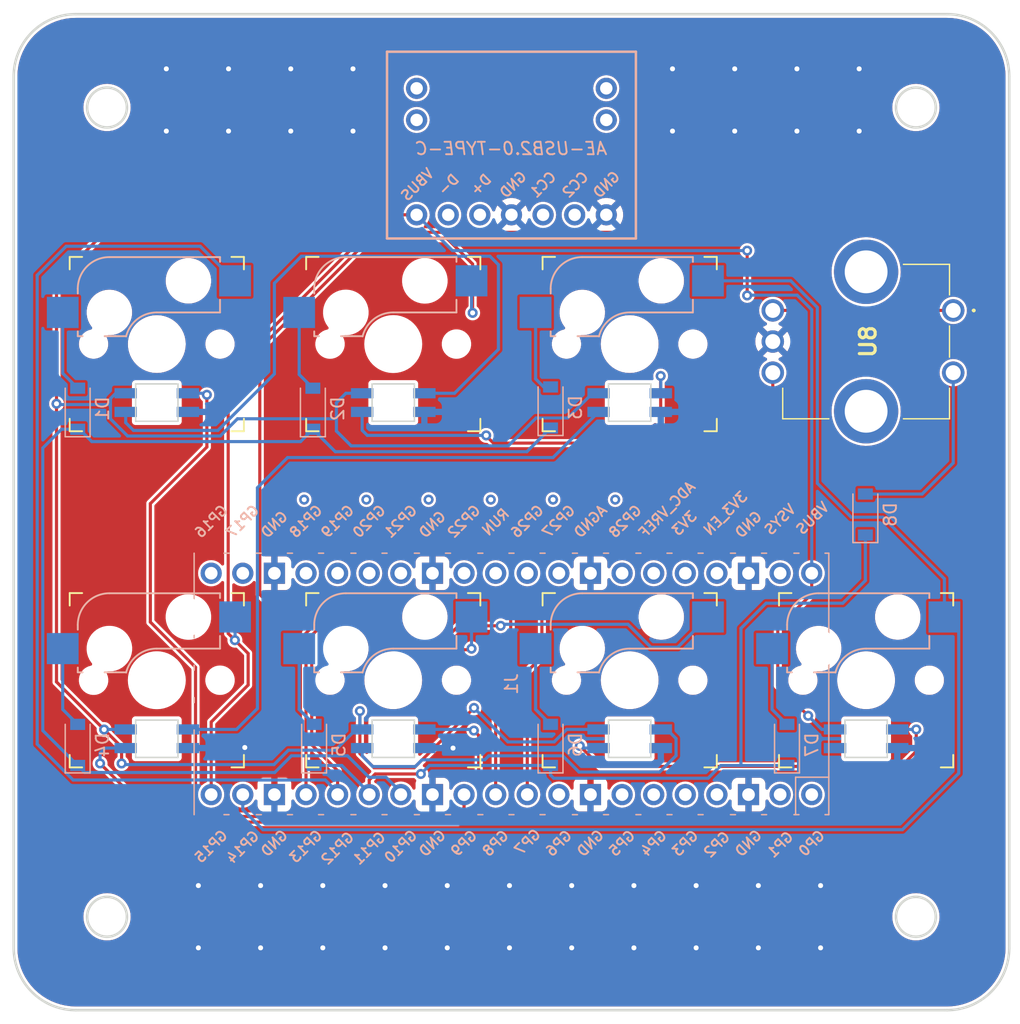
<source format=kicad_pcb>
(kicad_pcb (version 20211014) (generator pcbnew)
  (title_block (date "2022-01-03") (rev "v0.2"))
  (layers (0 "F.Cu" signal) (31 "B.Cu" signal) (34 "B.Paste" user) (35 "F.Paste" user) (36 "B.SilkS" user "B.Silkscreen") (37 "F.SilkS" user "F.Silkscreen") (38 "B.Mask" user) (39 "F.Mask" user) (44 "Edge.Cuts" user))
  (net 0 "")
  (net 1 "row0")
  (net 2 "Net-(D1-Pad2)")
  (net 3 "Net-(D2-Pad2)")
  (net 4 "Net-(D3-Pad2)")
  (net 5 "Net-(D4-Pad2)")
  (net 6 "row1")
  (net 7 "Net-(D5-Pad2)")
  (net 8 "Net-(D6-Pad2)")
  (net 9 "Net-(D7-Pad2)")
  (net 10 "Net-(D8-Pad2)")
  (net 13 "GND")
  (net 19 "A1")
  (net 20 "B1")
  (net 21 "LED")
  (net 22 "col0")
  (net 23 "col1")
  (net 24 "col2")
  (net 25 "col3")
  (net 41 "+5V")
  (net 42 "Net-(U1-Pad4)")
  (net 43 "Net-(U2-Pad4)")
  (net 44 "Net-(U3-Pad4)")
  (net 45 "Net-(U4-Pad4)")
  (net 46 "Net-(U5-Pad4)")
  (net 47 "Net-(U6-Pad4)")
  (footprint "akizuki:AE-USB2.0-TYPE-C" (layer "F.Cu") (at 128.56 71.8028)
    (fp_text reference "U9" hide)
    (fp_text value "AE-USB2.0-TYPE-C")
  )
  (footprint "keyswitches:Kailh_socket_MX" (layer "F.Cu") (at 157.06 112.0058)
    (fp_text reference "U7" hide)
    (fp_text value "KEYSWITCH")
    (fp_line (start -1.7 6.2) (end 1.7 6.2) (layer "Edge.Cuts") (width 0.12))
    (fp_line (start -1.7 6.2) (end -1.7 3.2) (layer "Edge.Cuts") (width 0.12))
    (fp_line (start 1.7 6.2) (end 1.7 3.2) (layer "Edge.Cuts") (width 0.12))
    (fp_line (start -1.7 3.2) (end 1.7 3.2) (layer "Edge.Cuts") (width 0.12))
  )
  (footprint "keyswitches:Kailh_socket_MX" (layer "F.Cu") (at 138.06 85.0058)
    (fp_text reference "U3" hide)
    (fp_text value "KEYSWITCH")
    (fp_line (start -1.7 6.2) (end 1.7 6.2) (layer "Edge.Cuts") (width 0.12))
    (fp_line (start -1.7 3.2) (end 1.7 3.2) (layer "Edge.Cuts") (width 0.12))
    (fp_line (start -1.7 6.2) (end -1.7 3.2) (layer "Edge.Cuts") (width 0.12))
    (fp_line (start 1.7 6.2) (end 1.7 3.2) (layer "Edge.Cuts") (width 0.12))
  )
  (footprint "keyswitches:Kailh_socket_MX" (layer "F.Cu") (at 100.06 112.0058)
    (fp_text reference "U4" hide)
    (fp_text value "KEYSWITCH")
    (fp_line (start -1.7 3.2) (end 1.7 3.2) (layer "Edge.Cuts") (width 0.12))
    (fp_line (start 1.7 6.2) (end 1.7 3.2) (layer "Edge.Cuts") (width 0.12))
    (fp_line (start -1.7 6.2) (end -1.7 3.2) (layer "Edge.Cuts") (width 0.12))
    (fp_line (start -1.7 6.2) (end 1.7 6.2) (layer "Edge.Cuts") (width 0.12))
  )
  (footprint "keyswitches:Kailh_socket_MX" (layer "F.Cu") (at 138.06 112.0058)
    (fp_text reference "U6" hide)
    (fp_text value "KEYSWITCH")
    (fp_line (start -1.7 6.2) (end 1.7 6.2) (layer "Edge.Cuts") (width 0.12))
    (fp_line (start -1.7 6.2) (end -1.7 3.2) (layer "Edge.Cuts") (width 0.12))
    (fp_line (start 1.7 6.2) (end 1.7 3.2) (layer "Edge.Cuts") (width 0.12))
    (fp_line (start -1.7 3.2) (end 1.7 3.2) (layer "Edge.Cuts") (width 0.12))
  )
  (footprint "SamacSys_Parts:PEC12R3120FS0012" (layer "F.Cu") (at 164.06 82.3028 -90)
    (fp_text reference "U8")
    (fp_text value "PEC12R-3120F-S0012" hide)
  )
  (footprint "keyswitches:Kailh_socket_MX" (layer "F.Cu") (at 119.06 85.0058)
    (fp_text reference "U2" hide)
    (fp_text value "KEYSWITCH")
    (fp_line (start -1.7 6.2) (end 1.7 6.2) (layer "Edge.Cuts") (width 0.12))
    (fp_line (start 1.7 6.2) (end 1.7 3.2) (layer "Edge.Cuts") (width 0.12))
    (fp_line (start -1.7 3.2) (end 1.7 3.2) (layer "Edge.Cuts") (width 0.12))
    (fp_line (start -1.7 6.2) (end -1.7 3.2) (layer "Edge.Cuts") (width 0.12))
  )
  (footprint "keyswitches:Kailh_socket_MX" (layer "F.Cu") (at 119.06 112.0058)
    (fp_text reference "U5" hide)
    (fp_text value "KEYSWITCH")
    (fp_line (start -1.7 6.2) (end 1.7 6.2) (layer "Edge.Cuts") (width 0.12))
    (fp_line (start -1.7 6.2) (end -1.7 3.2) (layer "Edge.Cuts") (width 0.12))
    (fp_line (start 1.7 6.2) (end 1.7 3.2) (layer "Edge.Cuts") (width 0.12))
    (fp_line (start -1.7 3.2) (end 1.7 3.2) (layer "Edge.Cuts") (width 0.12))
  )
  (footprint "keyswitches:Kailh_socket_MX" (layer "F.Cu") (at 100.06 85.0058)
    (fp_text reference "U1" hide)
    (fp_text value "KEYSWITCH")
    (fp_line (start -1.7 6.2) (end -1.7 3.2) (layer "Edge.Cuts") (width 0.12))
    (fp_line (start 1.7 6.2) (end 1.7 3.2) (layer "Edge.Cuts") (width 0.12))
    (fp_line (start -1.7 3.2) (end 1.7 3.2) (layer "Edge.Cuts") (width 0.12))
    (fp_line (start -1.7 6.2) (end 1.7 6.2) (layer "Edge.Cuts") (width 0.12))
  )
  (footprint "Diode_SMD:D_SOD-123" (layer "B.Cu") (at 131.7 90.1 90)
    (fp_text reference "D3")
    (fp_text value "D_Small")
  )
  (footprint "Diode_SMD:D_SOD-123" (layer "B.Cu") (at 131.7 117.2 90)
    (fp_text reference "D6")
    (fp_text value "D_Small")
  )
  (footprint "Diode_SMD:D_SOD-123" (layer "B.Cu") (at 150.7 117.2 90)
    (fp_text reference "D7")
    (fp_text value "D_Small")
  )
  (footprint "Diode_SMD:D_SOD-123" (layer "B.Cu") (at 112.6 90.2 90)
    (fp_text reference "D2")
    (fp_text value "D_Small")
  )
  (footprint "Diode_SMD:D_SOD-123" (layer "B.Cu") (at 93.7 90.2 90)
    (fp_text reference "D1")
    (fp_text value "D_Small")
  )
  (footprint "RPi_Pico:RPi_Pico_SMD_TH" (layer "B.Cu") (at 128.56 112.3028 90)
    (fp_text reference "J1")
    (fp_text value "PICO")
  )
  (footprint "Diode_SMD:D_SOD-123" (layer "B.Cu") (at 157 98.7 90)
    (fp_text reference "D8")
    (fp_text value "D_Small")
  )
  (footprint "footprint:hornet_logo" (layer "B.Cu") (at 128.56 134.3028 180)
    (fp_text reference "G***" hide)
    (fp_text value "LOGO" hide)
  )
  (footprint "Diode_SMD:D_SOD-123" (layer "B.Cu") (at 93.7 117.2 90)
    (fp_text reference "D4")
    (fp_text value "D_Small")
  )
  (footprint "Diode_SMD:D_SOD-123" (layer "B.Cu") (at 112.7 117.2 90)
    (fp_text reference "D5")
    (fp_text value "D_Small")
  )
  (gr_arc (start 163.563 58.5058) (mid 167.096413 59.969387) (end 168.56 63.5028) (layer "Edge.Cuts") (width 0.2))
  (gr_circle (center 96.06 66.0058) (end 96.06 64.4058) (layer "Edge.Cuts") (width 0.2) (fill none))
  (gr_arc (start 88.56 63.5028) (mid 90.023587 59.969387) (end 93.557 58.5058) (layer "Edge.Cuts") (width 0.2))
  (gr_line (start 163.563 138.5058) (end 93.557 138.5058) (layer "Edge.Cuts") (width 0.2))
  (gr_circle (center 161.06 131.0058) (end 161.06 129.4058) (layer "Edge.Cuts") (width 0.2) (fill none))
  (gr_line (start 93.557 58.5058) (end 163.563 58.5058) (layer "Edge.Cuts") (width 0.2))
  (gr_line (start 168.56 63.5028) (end 168.56 133.5088) (layer "Edge.Cuts") (width 0.2))
  (gr_line (start 88.56 133.5088) (end 88.56 63.5028) (layer "Edge.Cuts") (width 0.2))
  (gr_arc (start 93.557 138.5058) (mid 90.023587 137.042213) (end 88.56 133.5088) (layer "Edge.Cuts") (width 0.2))
  (gr_circle (center 96.06 131.0058) (end 96.06 129.4058) (layer "Edge.Cuts") (width 0.2) (fill none))
  (gr_arc (start 168.56 133.5088) (mid 167.096413 137.042213) (end 163.563 138.5058) (layer "Edge.Cuts") (width 0.2))
  (gr_circle (center 161.06 66.0058) (end 161.06 64.4058) (layer "Edge.Cuts") (width 0.2) (fill none))
  (gr_text "GND" (at 136.2 72.2 45) (layer "B.SilkS") (effects (font (size 0.8 0.8)) (justify mirror)))
  (gr_text "CC2" (at 133.7 72.2 45) (layer "B.SilkS") (effects (font (size 0.8 0.8)) (justify mirror)))
  (gr_text "GND" (at 128.7 72.2 45) (layer "B.SilkS") (effects (font (size 0.8 0.8)) (justify mirror)))
  (gr_text "D+" (at 126.1 72.2 45) (layer "B.SilkS") (effects (font (size 0.8 0.8)) (justify mirror)))
  (gr_text "VBUS" (at 121 72.2 45) (layer "B.SilkS") (effects (font (size 0.8 0.8)) (justify mirror)))
  (gr_text "CC1" (at 131.1 72.2 45) (layer "B.SilkS") (effects (font (size 0.8 0.8)) (justify mirror)))
  (gr_text "D-" (at 123.5 72.2 45) (layer "B.SilkS") (effects (font (size 0.8 0.8)) (justify mirror)))
  (via (at 116.9 97.5) (size 0.8) (drill 0.4) (layers "F.Cu" "B.Cu") (net 0))
  (via (at 111.9 97.5) (size 0.8) (drill 0.4) (layers "F.Cu" "B.Cu") (net 0))
  (via (at 131.9 97.5) (size 0.8) (drill 0.4) (layers "F.Cu" "B.Cu") (net 0))
  (via (at 136.9 97.5) (size 0.8) (drill 0.4) (layers "F.Cu" "B.Cu") (net 0))
  (via (at 126.9 97.5) (size 0.8) (drill 0.4) (layers "F.Cu" "B.Cu") (net 0))
  (via (at 121.9 97.5) (size 0.8) (drill 0.4) (layers "F.Cu" "B.Cu") (net 0))
  (segment (start 109.5345 119.4168) (end 110.8767 118.0746) (width 0.25) (layer "B.Cu") (net 1))
  (segment (start 94.2668 119.4168) (end 109.5345 119.4168) (width 0.25) (layer "B.Cu") (net 1))
  (segment (start 93.7 91.85) (end 93.85 91.85) (width 0.25) (layer "B.Cu") (net 1))
  (segment (start 90.8981 116.0481) (end 93.7 118.85) (width 0.25) (layer "B.Cu") (net 1))
  (segment (start 93.85 91.85) (end 94.83872 92.83872) (width 0.25) (layer "B.Cu") (net 1))
  (segment (start 93.7 118.85) (end 94.2668 119.4168) (width 0.25) (layer "B.Cu") (net 1))
  (segment (start 94.83872 92.83872) (end 111.61128 92.83872) (width 0.25) (layer "B.Cu") (net 1))
  (segment (start 111.61128 92.83872) (end 112.6 91.85) (width 0.25) (layer "B.Cu") (net 1))
  (segment (start 93.7 91.85) (end 92.4 91.85) (width 0.25) (layer "B.Cu") (net 1))
  (segment (start 92.4 91.85) (end 90.8981 93.3519) (width 0.25) (layer "B.Cu") (net 1))
  (segment (start 119.67 120.993196) (end 119.67 121.1928) (width 0.25) (layer "B.Cu") (net 1))
  (segment (start 129.8 93.65) (end 114.4 93.65) (width 0.25) (layer "B.Cu") (net 1))
  (segment (start 114.4 93.65) (end 112.6 91.85) (width 0.25) (layer "B.Cu") (net 1))
  (segment (start 110.8767 118.0746) (end 115.3846 118.0746) (width 0.25) (layer "B.Cu") (net 1))
  (segment (start 131.7 91.75) (end 129.8 93.65) (width 0.25) (layer "B.Cu") (net 1))
  (segment (start 118.476804 119.8) (end 119.67 120.993196) (width 0.25) (layer "B.Cu") (net 1))
  (segment (start 115.3846 118.0746) (end 117.11 119.8) (width 0.25) (layer "B.Cu") (net 1))
  (segment (start 90.8981 93.3519) (end 90.8981 116.0481) (width 0.25) (layer "B.Cu") (net 1))
  (segment (start 117.11 119.8) (end 118.476804 119.8) (width 0.25) (layer "B.Cu") (net 1))
  (segment (start 93.7 88.55) (end 92.5 87.35) (width 0.25) (layer "B.Cu") (net 2))
  (segment (start 92.5 87.35) (end 92.5 82.4658) (width 0.25) (layer "B.Cu") (net 2))
  (segment (start 111.5 82.4658) (end 111.5 87.45) (width 0.25) (layer "B.Cu") (net 3))
  (segment (start 111.5 87.45) (end 112.6 88.55) (width 0.25) (layer "B.Cu") (net 3))
  (segment (start 130.5 87.8) (end 130.5 82.4658) (width 0.25) (layer "B.Cu") (net 4))
  (segment (start 131.15 88.45) (end 130.5 87.8) (width 0.25) (layer "B.Cu") (net 4))
  (segment (start 131.7 88.45) (end 131.15 88.45) (width 0.25) (layer "B.Cu") (net 4))
  (segment (start 93.7 115.55) (end 92.5 114.35) (width 0.25) (layer "B.Cu") (net 5))
  (segment (start 92.5 114.35) (end 92.5 109.4658) (width 0.25) (layer "B.Cu") (net 5))
  (segment (start 117.6121 119.5354) (end 121.2796 119.5354) (width 0.25) (layer "F.Cu") (net 6))
  (segment (start 117.13 120.0175) (end 117.6121 119.5354) (width 0.25) (layer "F.Cu") (net 6))
  (segment (start 117.13 121.1928) (end 117.13 120.0175) (width 0.25) (layer "F.Cu") (net 6))
  (via (at 121.2796 119.5354) (size 0.8) (drill 0.4) (layers "F.Cu" "B.Cu") (net 6))
  (segment (start 131.2374 118.85) (end 130.7747 118.85) (width 0.25) (layer "B.Cu") (net 6))
  (segment (start 147 118.85) (end 147 107.84) (width 0.25) (layer "B.Cu") (net 6))
  (segment (start 114.926804 118.85) (end 117.13 121.053196) (width 0.25) (layer "B.Cu") (net 6))
  (segment (start 145.39 118.85) (end 144.3654 119.8746) (width 0.25) (layer "B.Cu") (net 6))
  (segment (start 147 118.85) (end 145.39 118.85) (width 0.25) (layer "B.Cu") (net 6))
  (segment (start 144.3654 119.8746) (end 131.9493 119.8746) (width 0.25) (layer "B.Cu") (net 6))
  (segment (start 121.965 118.85) (end 121.2796 119.5354) (width 0.25) (layer "B.Cu") (net 6))
  (segment (start 112.7 118.85) (end 114.926804 118.85) (width 0.25) (layer "B.Cu") (net 6))
  (segment (start 131.9493 119.8746) (end 131.7 119.6253) (width 0.25) (layer "B.Cu") (net 6))
  (segment (start 150.7 118.85) (end 147 118.85) (width 0.25) (layer "B.Cu") (net 6))
  (segment (start 147 107.84) (end 149.02 105.82) (width 0.25) (layer "B.Cu") (net 6))
  (segment (start 130.7747 118.85) (end 121.965 118.85) (width 0.25) (layer "B.Cu") (net 6))
  (segment (start 149.02 105.82) (end 155.18 105.82) (width 0.25) (layer "B.Cu") (net 6))
  (segment (start 157 104) (end 157 100.35) (width 0.25) (layer "B.Cu") (net 6))
  (segment (start 155.18 105.82) (end 157 104) (width 0.25) (layer "B.Cu") (net 6))
  (segment (start 131.7 119.6253) (end 131.7 118.85) (width 0.25) (layer "B.Cu") (net 6))
  (segment (start 131.2374 118.85) (end 131.7 118.85) (width 0.25) (layer "B.Cu") (net 6))
  (segment (start 117.13 121.053196) (end 117.13 121.1928) (width 0.25) (layer "B.Cu") (net 6))
  (segment (start 111.5 114.35) (end 111.5 109.4658) (width 0.25) (layer "B.Cu") (net 7))
  (segment (start 112.7 115.55) (end 111.5 114.35) (width 0.25) (layer "B.Cu") (net 7))
  (segment (start 131.7 115.55) (end 130.5 114.35) (width 0.25) (layer "B.Cu") (net 8))
  (segment (start 130.5 114.35) (end 130.5 109.4658) (width 0.25) (layer "B.Cu") (net 8))
  (segment (start 150.7 115.55) (end 149.5 114.35) (width 0.25) (layer "B.Cu") (net 9))
  (segment (start 149.5 114.35) (end 149.5 109.4658) (width 0.25) (layer "B.Cu") (net 9))
  (segment (start 161.56 97.05) (end 164.06 94.55) (width 0.25) (layer "B.Cu") (net 10))
  (segment (start 164.06 94.55) (end 164.06 87.3028) (width 0.25) (layer "B.Cu") (net 10))
  (segment (start 157 97.05) (end 161.56 97.05) (width 0.25) (layer "B.Cu") (net 10))
  (segment (start 109.51 119.79) (end 109.51 121.1928) (width 0.25) (layer "F.Cu") (net 13))
  (segment (start 107.13 117.41) (end 109.51 119.79) (width 0.25) (layer "F.Cu") (net 13))
  (segment (start 122.21 119.11) (end 123.8642 117.4558) (width 0.25) (layer "F.Cu") (net 13))
  (segment (start 122.21 121.1928) (end 122.21 119.11) (width 0.25) (layer "F.Cu") (net 13))
  (via (at 141.5 62.9) (size 0.8) (drill 0.4) (layers "F.Cu" "B.Cu") (net 13))
  (via (at 123.4 133.5) (size 0.8) (drill 0.4) (layers "F.Cu" "B.Cu") (net 13))
  (via (at 107.13 117.41) (size 0.8) (drill 0.4) (layers "F.Cu" "B.Cu") (net 13))
  (via (at 100.825 67.9) (size 0.8) (drill 0.4) (layers "F.Cu" "B.Cu") (net 13))
  (via (at 123.8642 117.4558) (size 0.8) (drill 0.4) (layers "F.Cu" "B.Cu") (net 13))
  (via (at 105.825 62.9) (size 0.8) (drill 0.4) (layers "F.Cu" "B.Cu") (net 13))
  (via (at 138.4 128.5) (size 0.8) (drill 0.4) (layers "F.Cu" "B.Cu") (net 13))
  (via (at 108.4 128.5) (size 0.8) (drill 0.4) (layers "F.Cu" "B.Cu") (net 13))
  (via (at 151.5 62.9) (size 0.8) (drill 0.4) (layers "F.Cu" "B.Cu") (net 13))
  (via (at 143.4 133.5) (size 0.8) (drill 0.4) (layers "F.Cu" "B.Cu") (net 13))
  (via (at 113.4 128.5) (size 0.8) (drill 0.4) (layers "F.Cu" "B.Cu") (net 13))
  (via (at 146.5 62.9) (size 0.8) (drill 0.4) (layers "F.Cu" "B.Cu") (net 13))
  (via (at 143.4 128.5) (size 0.8) (drill 0.4) (layers "F.Cu" "B.Cu") (net 13))
  (via (at 115.825 67.9) (size 0.8) (drill 0.4) (layers "F.Cu" "B.Cu") (net 13))
  (via (at 133.4 128.5) (size 0.8) (drill 0.4) (layers "F.Cu" "B.Cu") (net 13))
  (via (at 115.825 62.9) (size 0.8) (drill 0.4) (layers "F.Cu" "B.Cu") (net 13))
  (via (at 100.825 62.9) (size 0.8) (drill 0.4) (layers "F.Cu" "B.Cu") (net 13))
  (via (at 118.4 133.5) (size 0.8) (drill 0.4) (layers "F.Cu" "B.Cu") (net 13))
  (via (at 148.4 133.5) (size 0.8) (drill 0.4) (layers "F.Cu" "B.Cu") (net 13))
  (via (at 105.825 67.9) (size 0.8) (drill 0.4) (layers "F.Cu" "B.Cu") (net 13))
  (via (at 153.4 128.5) (size 0.8) (drill 0.4) (layers "F.Cu" "B.Cu") (net 13))
  (via (at 153.4 133.5) (size 0.8) (drill 0.4) (layers "F.Cu" "B.Cu") (net 13))
  (via (at 146.5 67.9) (size 0.8) (drill 0.4) (layers "F.Cu" "B.Cu") (net 13))
  (via (at 123.4 128.5) (size 0.8) (drill 0.4) (layers "F.Cu" "B.Cu") (net 13))
  (via (at 108.4 133.5) (size 0.8) (drill 0.4) (layers "F.Cu" "B.Cu") (net 13))
  (via (at 118.4 128.5) (size 0.8) (drill 0.4) (layers "F.Cu" "B.Cu") (net 13))
  (via (at 148.4 128.5) (size 0.8) (drill 0.4) (layers "F.Cu" "B.Cu") (net 13))
  (via (at 128.4 128.5) (size 0.8) (drill 0.4) (layers "F.Cu" "B.Cu") (net 13))
  (via (at 110.825 62.9) (size 0.8) (drill 0.4) (layers "F.Cu" "B.Cu") (net 13))
  (via (at 133.4 133.5) (size 0.8) (drill 0.4) (layers "F.Cu" "B.Cu") (net 13))
  (via (at 103.4 133.5) (size 0.8) (drill 0.4) (layers "F.Cu" "B.Cu") (net 13))
  (via (at 141.5 67.9) (size 0.8) (drill 0.4) (layers "F.Cu" "B.Cu") (net 13))
  (via (at 151.5 67.9) (size 0.8) (drill 0.4) (layers "F.Cu" "B.Cu") (net 13))
  (via (at 156.5 62.9) (size 0.8) (drill 0.4) (layers "F.Cu" "B.Cu") (net 13))
  (via (at 156.5 67.9) (size 0.8) (drill 0.4) (layers "F.Cu" "B.Cu") (net 13))
  (via (at 128.4 133.5) (size 0.8) (drill 0.4) (layers "F.Cu" "B.Cu") (net 13))
  (via (at 113.4 133.5) (size 0.8) (drill 0.4) (layers "F.Cu" "B.Cu") (net 13))
  (via (at 103.4 128.5) (size 0.8) (drill 0.4) (layers "F.Cu" "B.Cu") (net 13))
  (via (at 138.4 133.5) (size 0.8) (drill 0.4) (layers "F.Cu" "B.Cu") (net 13))
  (via (at 110.825 67.9) (size 0.8) (drill 0.4) (layers "F.Cu" "B.Cu") (net 13))
  (segment (start 102.56 117.4558) (end 103.7853 117.4558) (width 0.25) (layer "B.Cu") (net 13))
  (segment (start 102.56 117.4558) (end 107.0842 117.4558) (width 0.25) (layer "B.Cu") (net 13))
  (segment (start 107.0842 117.4558) (end 107.13 117.41) (width 0.25) (layer "B.Cu") (net 13))
  (segment (start 129.83 121.1928) (end 129.83 111.295) (width 0.25) (layer "F.Cu") (net 19))
  (segment (start 150.832792 82.3028) (end 151.447852 82.91786) (width 0.25) (layer "F.Cu") (net 19))
  (segment (start 131.004511 103.117279) (end 133.036873 101.084917) (width 0.25) (layer "F.Cu") (net 19))
  (segment (start 131.004511 110.120489) (end 131.004511 103.117279) (width 0.25) (layer "F.Cu") (net 19))
  (segment (start 149.56 82.3028) (end 150.832792 82.3028) (width 0.25) (layer "F.Cu") (net 19))
  (segment (start 139.850788 101.084916) (end 151.447852 89.487852) (width 0.25) (layer "F.Cu") (net 19))
  (segment (start 151.447852 82.91786) (end 151.447852 89.487852) (width 0.25) (layer "F.Cu") (net 19))
  (segment (start 129.83 111.295) (end 131.004511 110.120489) (width 0.25) (layer "F.Cu") (net 19))
  (segment (start 133.036873 101.084917) (end 139.850788 101.084916) (width 0.25) (layer "F.Cu") (net 19))
  (segment (start 130.755406 100.635406) (end 139.664594 100.635406) (width 0.25) (layer "F.Cu") (net 20))
  (segment (start 139.664594 100.635406) (end 149.56 90.74) (width 0.25) (layer "F.Cu") (net 20))
  (segment (start 127.29 111.1) (end 128.5 109.89) (width 0.25) (layer "F.Cu") (net 20))
  (segment (start 128.5 102.890812) (end 130.755406 100.635406) (width 0.25) (layer "F.Cu") (net 20))
  (segment (start 128.5 109.89) (end 128.5 102.890812) (width 0.25) (layer "F.Cu") (net 20))
  (segment (start 127.29 121.1928) (end 127.29 111.1) (width 0.25) (layer "F.Cu") (net 20))
  (segment (start 149.56 90.74) (end 149.56 87.3028) (width 0.25) (layer "F.Cu") (net 20))
  (segment (start 99.54 107.3327) (end 103.1716 110.9643) (width 0.25) (layer "F.Cu") (net 21))
  (segment (start 104.0835 89.0793) (end 104.0835 93.27554) (width 0.25) (layer "F.Cu") (net 21))
  (segment (start 124.06 122.95) (end 124.75 122.26) (width 0.25) (layer "F.Cu") (net 21))
  (segment (start 104.0835 93.27554) (end 99.54 97.81904) (width 0.25) (layer "F.Cu") (net 21))
  (segment (start 99.54 97.81904) (end 99.54 107.3327) (width 0.25) (layer "F.Cu") (net 21))
  (segment (start 103.1716 122.1216) (end 104 122.95) (width 0.25) (layer "F.Cu") (net 21))
  (segment (start 104 122.95) (end 124.06 122.95) (width 0.25) (layer "F.Cu") (net 21))
  (segment (start 103.1716 110.9643) (end 103.1716 122.1216) (width 0.25) (layer "F.Cu") (net 21))
  (segment (start 124.75 122.26) (end 124.75 121.1928) (width 0.25) (layer "F.Cu") (net 21))
  (via (at 104.0835 89.0793) (size 0.8) (drill 0.4) (layers "F.Cu" "B.Cu") (net 21))
  (segment (start 103.7853 88.9558) (end 103.96 88.9558) (width 0.25) (layer "B.Cu") (net 21))
  (segment (start 102.56 88.9558) (end 103.7853 88.9558) (width 0.25) (layer "B.Cu") (net 21))
  (segment (start 103.96 88.9558) (end 104.0835 89.0793) (width 0.25) (layer "B.Cu") (net 21))
  (segment (start 114.59 119.27) (end 114.59 121.1928) (width 0.25) (layer "F.Cu") (net 22))
  (segment (start 125.35 109.47) (end 125.262621 109.557379) (width 0.25) (layer "F.Cu") (net 22))
  (segment (start 117.666521 107.511279) (end 113.398721 107.511279) (width 0.25) (layer "F.Cu") (net 22))
  (segment (start 112.51 117.19) (end 114.59 119.27) (width 0.25) (layer "F.Cu") (net 22))
  (segment (start 112.51 108.4) (end 112.51 117.19) (width 0.25) (layer "F.Cu") (net 22))
  (segment (start 119.712621 109.557379) (end 117.666521 107.511279) (width 0.25) (layer "F.Cu") (net 22))
  (segment (start 125.262621 109.557379) (end 119.712621 109.557379) (width 0.25) (layer "F.Cu") (net 22))
  (segment (start 113.398721 107.511279) (end 112.51 108.4) (width 0.25) (layer "F.Cu") (net 22))
  (via (at 125.35 109.47) (size 0.8) (drill 0.4) (layers "F.Cu" "B.Cu") (net 22))
  (segment (start 90.4478 79.4778) (end 92.7756 77.15) (width 0.25) (layer "B.Cu") (net 22))
  (segment (start 103.5492 77.15) (end 106.325 79.9258) (width 0.25) (layer "B.Cu") (net 22))
  (segment (start 90.4478 117.1321) (end 90.4478 79.4778) (width 0.25) (layer "B.Cu") (net 22))
  (segment (start 113.595093 120.018289) (end 93.333989 120.018289) (width 0.25) (layer "B.Cu") (net 22))
  (segment (start 114.59 121.013196) (end 113.595093 120.018289) (width 0.25) (layer "B.Cu") (net 22))
  (segment (start 106.325 79.9258) (end 106.35 79.9258) (width 0.25) (layer "B.Cu") (net 22))
  (segment (start 93.333989 120.018289) (end 90.4478 117.1321) (width 0.25) (layer "B.Cu") (net 22))
  (segment (start 92.7756 77.15) (end 103.5492 77.15) (width 0.25) (layer "B.Cu") (net 22))
  (segment (start 114.59 121.1928) (end 114.59 121.013196) (width 0.25) (layer "B.Cu") (net 22))
  (segment (start 125.35 109.47) (end 125.35 106.9258) (width 0.25) (layer "B.Cu") (net 22))
  (segment (start 112.05 108.224296) (end 113.212528 107.061768) (width 0.25) (layer "F.Cu") (net 23))
  (segment (start 117.2 76.51) (end 108.335489 85.374511) (width 0.25) (layer "F.Cu") (net 23))
  (segment (start 108.335489 85.374511) (end 108.335489 105.115489) (width 0.25) (layer "F.Cu") (net 23))
  (segment (start 123.37 76.51) (end 117.2 76.51) (width 0.25) (layer "F.Cu") (net 23))
  (segment (start 122.828814 109.107868) (end 124.303582 107.6331) (width 0.25) (layer "F.Cu") (net 23))
  (segment (start 124.303582 107.6331) (end 127.6909 107.6331) (width 0.25) (layer "F.Cu") (net 23))
  (segment (start 125.44 82.5) (end 125.44 78.58) (width 0.25) (layer "F.Cu") (net 23))
  (segment (start 113.212528 107.061768) (end 114.108232 107.061768) (width 0.25) (layer "F.Cu") (net 23))
  (segment (start 108.335489 105.115489) (end 110.281768 107.061768) (width 0.25) (layer "F.Cu") (net 23))
  (segment (start 112.05 110.078) (end 112.05 108.224296) (width 0.25) (layer "F.Cu") (net 23))
  (segment (start 110.281768 107.061768) (end 114.108232 107.061768) (width 0.25) (layer "F.Cu") (net 23))
  (segment (start 114.108232 107.061768) (end 117.852715 107.061769) (width 0.25) (layer "F.Cu") (net 23))
  (segment (start 119.898814 109.107868) (end 122.828814 109.107868) (width 0.25) (layer "F.Cu") (net 23))
  (segment (start 125.44 78.58) (end 123.37 76.51) (width 0.25) (layer "F.Cu") (net 23))
  (segment (start 112.05 121.1928) (end 112.05 110.078) (width 0.25) (layer "F.Cu") (net 23))
  (segment (start 117.852715 107.061769) (end 119.898814 109.107868) (width 0.25) (layer "F.Cu") (net 23))
  (via (at 125.44 82.5) (size 0.8) (drill 0.4) (layers "F.Cu" "B.Cu") (net 23))
  (via (at 127.6909 107.6331) (size 0.8) (drill 0.4) (layers "F.Cu" "B.Cu") (net 23))
  (segment (start 127.812721 107.511279) (end 137.921279 107.511279) (width 0.25) (layer "B.Cu") (net 23))
  (segment (start 139.77 109.36) (end 141.9158 109.36) (width 0.25) (layer "B.Cu") (net 23))
  (segment (start 125.44 82.5) (end 125.35 82.41) (width 0.25) (layer "B.Cu") (net 23))
  (segment (start 125.35 82.41) (end 125.35 79.9258) (width 0.25) (layer "B.Cu") (net 23))
  (segment (start 141.9158 109.36) (end 144.35 106.9258) (width 0.25) (layer "B.Cu") (net 23))
  (segment (start 137.921279 107.511279) (end 139.77 109.36) (width 0.25) (layer "B.Cu") (net 23))
  (segment (start 127.6909 107.6331) (end 127.812721 107.511279) (width 0.25) (layer "B.Cu") (net 23))
  (segment (start 106.97 122.394881) (end 106.97 121.1928) (width 0.25) (layer "B.Cu") (net 24))
  (segment (start 163.35 103.86) (end 163.35 106.9258) (width 0.25) (layer "B.Cu") (net 24))
  (segment (start 153.139511 96.189511) (end 155.86 98.91) (width 0.25) (layer "B.Cu") (net 24))
  (segment (start 153.139511 82.063807) (end 153.139511 96.189511) (width 0.25) (layer "B.Cu") (net 24))
  (segment (start 108.585119 124.01) (end 106.97 122.394881) (width 0.25) (layer "B.Cu") (net 24))
  (segment (start 155.86 98.91) (end 158.4 98.91) (width 0.25) (layer "B.Cu") (net 24))
  (segment (start 158.4 98.91) (end 163.35 103.86) (width 0.25) (layer "B.Cu") (net 24))
  (segment (start 164.5 108.0758) (end 164.5 119.48) (width 0.25) (layer "B.Cu") (net 24))
  (segment (start 144.35 79.9258) (end 151.001504 79.9258) (width 0.25) (layer "B.Cu") (net 24))
  (segment (start 159.97 124.01) (end 108.585119 124.01) (width 0.25) (layer "B.Cu") (net 24))
  (segment (start 164.5 119.48) (end 159.97 124.01) (width 0.25) (layer "B.Cu") (net 24))
  (segment (start 151.001504 79.9258) (end 153.139511 82.063807) (width 0.25) (layer "B.Cu") (net 24))
  (segment (start 163.35 106.9258) (end 164.5 108.0758) (width 0.25) (layer "B.Cu") (net 24))
  (segment (start 107.4 112.3889) (end 107.4 109.8539) (width 0.25) (layer "F.Cu") (net 25))
  (segment (start 105.795489 108.249389) (end 105.795489 87.278807) (width 0.25) (layer "F.Cu") (net 25))
  (segment (start 154.6828 82.3028) (end 164.06 82.3028) (width 0.25) (layer "F.Cu") (net 25))
  (segment (start 104.43 115.3589) (end 107.4 112.3889) (width 0.25) (layer "F.Cu") (net 25))
  (segment (start 106.3345 108.7884) (end 105.795489 108.249389) (width 0.25) (layer "F.Cu") (net 25))
  (segment (start 104.43 121.1928) (end 104.43 115.3589) (width 0.25) (layer "F.Cu") (net 25))
  (segment (start 107.4 109.8539) (end 106.3345 108.7884) (width 0.25) (layer "F.Cu") (net 25))
  (segment (start 117.043806 76.03049) (end 148.41049 76.03049) (width 0.25) (layer "F.Cu") (net 25))
  (segment (start 148.41049 76.03049) (end 154.6828 82.3028) (width 0.25) (layer "F.Cu") (net 25))
  (segment (start 105.795489 87.278807) (end 117.043806 76.03049) (width 0.25) (layer "F.Cu") (net 25))
  (via (at 106.3345 108.7884) (size 0.8) (drill 0.4) (layers "F.Cu" "B.Cu") (net 25))
  (segment (start 106.35 108.7729) (end 106.3345 108.7884) (width 0.25) (layer "B.Cu") (net 25))
  (segment (start 106.35 106.9258) (end 106.35 108.7729) (width 0.25) (layer "B.Cu") (net 25))
  (segment (start 95.825 115.965) (end 92 112.14) (width 0.25) (layer "F.Cu") (net 41))
  (segment (start 95.825 115.965) (end 97.23 117.37) (width 0.25) (layer "F.Cu") (net 41))
  (segment (start 116.38 117.896604) (end 117.523396 119.04) (width 0.25) (layer "F.Cu") (net 41))
  (segment (start 97.23 117.37) (end 97.23 118.6923) (width 0.25) (layer "F.Cu") (net 41))
  (segment (start 152.69 105.07) (end 149.96 107.8) (width 0.25) (layer "F.Cu") (net 41))
  (segment (start 92 89.8) (end 92 79.9) (width 0.25) (layer "F.Cu") (net 41))
  (segment (start 147.5 81.1) (end 147.5 77.5) (width 0.25) (layer "F.Cu") (net 41))
  (segment (start 92 79.9) (end 96.15 75.75) (width 0.25) (layer "F.Cu") (net 41))
  (segment (start 116.38 114.48) (end 116.38 117.896604) (width 0.25) (layer "F.Cu") (net 41))
  (segment (start 120.74 119.04) (end 125.55 114.23) (width 0.25) (layer "F.Cu") (net 41))
  (segment (start 117.523396 119.04) (end 120.74 119.04) (width 0.25) (layer "F.Cu") (net 41))
  (segment (start 149.96 112.42) (end 152.4 114.86) (width 0.25) (layer "F.Cu") (net 41))
  (segment (start 120.94 74.62531) (end 97.27469 74.62531) (width 0.25) (layer "F.Cu") (net 41))
  (segment (start 92 112.14) (end 92 89.8) (width 0.25) (layer "F.Cu") (net 41))
  (segment (start 97.27469 74.62531) (end 96.15 75.75) (width 0.25) (layer "F.Cu") (net 41))
  (segment (start 152.69 103.4128) (end 152.69 105.07) (width 0.25) (layer "F.Cu") (net 41))
  (segment (start 149.96 107.8) (end 149.96 112.42) (width 0.25) (layer "F.Cu") (net 41))
  (via (at 95.825 115.965) (size 0.8) (drill 0.4) (layers "F.Cu" "B.Cu") (net 41))
  (via (at 97.23 118.6923) (size 0.8) (drill 0.4) (layers "F.Cu" "B.Cu") (net 41))
  (via (at 152.4 114.86) (size 0.8) (drill 0.4) (layers "F.Cu" "B.Cu") (net 41))
  (via (at 116.38 114.48) (size 0.8) (drill 0.4) (layers "F.Cu" "B.Cu") (net 41))
  (via (at 147.5 81.1) (size 0.8) (drill 0.4) (layers "F.Cu" "B.Cu") (net 41))
  (via (at 147.5 77.5) (size 0.8) (drill 0.4) (layers "F.Cu" "B.Cu") (net 41))
  (via (at 92 89.8) (size 0.8) (drill 0.4) (layers "F.Cu" "B.Cu") (net 41))
  (via (at 125.55 114.23) (size 0.8) (drill 0.4) (layers "F.Cu" "B.Cu") (net 41))
  (segment (start 116.56 88.9558) (end 115.2542 88.9558) (width 0.25) (layer "B.Cu") (net 41))
  (segment (start 115.68 93.18) (end 128.3008 93.18) (width 0.25) (layer "B.Cu") (net 41))
  (segment (start 97.70981 92.38921) (end 105.156494 92.38921) (width 0.25) (layer "B.Cu") (net 41))
  (segment (start 114.4936 91.9936) (end 115.68 93.18) (width 0.25) (layer "B.Cu") (net 41))
  (segment (start 152.69 82.25) (end 152.69 103.4128) (width 0.25) (layer "B.Cu") (net 41))
  (segment (start 116.38 115.7758) (end 116.56 115.9558) (width 0.25) (layer "B.Cu") (net 41))
  (segment (start 128.3008 93.18) (end 130.5404 90.9404) (width 0.25) (layer "B.Cu") (net 41))
  (segment (start 92.0653 89.8653) (end 92 89.8) (width 0.25) (layer "B.Cu") (net 41))
  (segment (start 115.2542 88.9558) (end 114.4936 89.7164) (width 0.25) (layer "B.Cu") (net 41))
  (segment (start 132.993222 115.9558) (end 135.56 115.9558) (width 0.25) (layer "B.Cu") (net 41))
  (segment (start 147.5 81.1) (end 147.521711 81.078289) (width 0.25) (layer "B.Cu") (net 41))
  (segment (start 130.5404 90.9404) (end 133.0854 90.9404) (width 0.25) (layer "B.Cu") (net 41))
  (segment (start 96.3347 89.3847) (end 96.3347 89.8653) (width 0.25) (layer "B.Cu") (net 41))
  (segment (start 152.4 114.86) (end 153.4958 115.9558) (width 0.25) (layer "B.Cu") (net 41))
  (segment (start 97.56 88.9558) (end 96.7636 88.9558) (width 0.25) (layer "B.Cu") (net 41))
  (segment (start 96.3347 91.0141) (end 97.70981 92.38921) (width 0.25) (layer "B.Cu") (net 41))
  (segment (start 97.3177 118.78) (end 97.23 118.6923) (width 0.25) (layer "B.Cu") (net 41))
  (segment (start 153.4958 115.9558) (end 154.56 115.9558) (width 0.25) (layer "B.Cu") (net 41))
  (segment (start 110.6358 117.6242) (end 109.48 118.78) (width 0.25) (layer "B.Cu") (net 41))
  (segment (start 125.55 114.23) (end 128.28 116.96) (width 0.25) (layer "B.Cu") (net 41))
  (segment (start 131.989022 116.96) (end 132.993222 115.9558) (width 0.25) (layer "B.Cu") (net 41))
  (segment (start 95.8342 115.9558) (end 95.825 115.965) (width 0.25) (layer "B.Cu") (net 41))
  (segment (start 116.38 114.48) (end 116.38 115.7758) (width 0.25) (layer "B.Cu") (net 41))
  (segment (start 114.4936 91.0064) (end 114.4936 91.9936) (width 0.25) (layer "B.Cu") (net 41))
  (segment (start 105.156494 92.38921) (end 106.539304 91.0064) (width 0.25) (layer "B.Cu") (net 41))
  (segment (start 151.518289 81.078289) (end 152.69 82.25) (width 0.25) (layer "B.Cu") (net 41))
  (segment (start 147.5 77.5) (end 123.81469 77.5) (width 0.25) (layer "B.Cu") (net 41))
  (segment (start 97.56 115.9558) (end 95.8342 115.9558) (width 0.25) (layer "B.Cu") (net 41))
  (segment (start 123.81469 77.5) (end 120.94 74.62531) (width 0.25) (layer "B.Cu") (net 41))
  (segment (start 135.07 88.9558) (end 135.56 88.9558) (width 0.25) (layer "B.Cu") (net 41))
  (segment (start 128.28 116.96) (end 131.989022 116.96) (width 0.25) (layer "B.Cu") (net 41))
  (segment (start 114.4016 117.6242) (end 110.6358 117.6242) (width 0.25) (layer "B.Cu") (net 41))
  (segment (start 116.07 115.9558) (end 114.4016 117.6242) (width 0.25) (layer "B.Cu") (net 41))
  (segment (start 133.0854 90.9404) (end 135.07 88.9558) (width 0.25) (layer "B.Cu") (net 41))
  (segment (start 106.539304 91.0064) (end 114.4936 91.0064) (width 0.25) (layer "B.Cu") (net 41))
  (segment (start 96.3347 89.8653) (end 96.3347 91.0141) (width 0.25) (layer "B.Cu") (net 41))
  (segment (start 116.56 115.9558) (end 116.07 115.9558) (width 0.25) (layer "B.Cu") (net 41))
  (segment (start 109.48 118.78) (end 97.3177 118.78) (width 0.25) (layer "B.Cu") (net 41))
  (segment (start 96.7636 88.9558) (end 96.3347 89.3847) (width 0.25) (layer "B.Cu") (net 41))
  (segment (start 147.521711 81.078289) (end 151.518289 81.078289) (width 0.25) (layer "B.Cu") (net 41))
  (segment (start 97.4258 116.09) (end 97.56 115.9558) (width 0.25) (layer "B.Cu") (net 41))
  (segment (start 114.4936 89.7164) (end 114.4936 91.0064) (width 0.25) (layer "B.Cu") (net 41))
  (segment (start 96.3347 89.8653) (end 92.0653 89.8653) (width 0.25) (layer "B.Cu") (net 41))
  (segment (start 123.9842 88.9558) (end 127.51 85.43) (width 0.25) (layer "B.Cu") (net 42))
  (segment (start 121.56 88.9558) (end 123.9842 88.9558) (width 0.25) (layer "B.Cu") (net 42))
  (segment (start 109.51 80.12) (end 109.51 87.4) (width 0.25) (layer "B.Cu") (net 42))
  (segment (start 111.680489 77.949511) (end 109.51 80.12) (width 0.25) (layer "B.Cu") (net 42))
  (segment (start 127.51 78.629022) (end 126.830489 77.949511) (width 0.25) (layer "B.Cu") (net 42))
  (segment (start 98.1839 91.9397) (end 97.56 91.3158) (width 0.25) (layer "B.Cu") (net 42))
  (segment (start 126.830489 77.949511) (end 111.680489 77.949511) (width 0.25) (layer "B.Cu") (net 42))
  (segment (start 127.51 85.43) (end 127.51 78.629022) (width 0.25) (layer "B.Cu") (net 42))
  (segment (start 97.56 91.3158) (end 97.56 90.4558) (width 0.25) (layer "B.Cu") (net 42))
  (segment (start 104.9703 91.9397) (end 98.1839 91.9397) (width 0.25) (layer "B.Cu") (net 42))
  (segment (start 109.51 87.4) (end 104.9703 91.9397) (width 0.25) (layer "B.Cu") (net 42))
  (segment (start 127.11 92.96) (end 126.53 92.38) (width 0.25) (layer "F.Cu") (net 43))
  (segment (start 126.53 92.38) (end 126.53 92.34) (width 0.25) (layer "F.Cu") (net 43))
  (segment (start 139.32 92.96) (end 127.11 92.96) (width 0.25) (layer "F.Cu") (net 43))
  (segment (start 140.55 91.73) (end 139.32 92.96) (width 0.25) (layer "F.Cu") (net 43))
  (segment (start 140.55 87.57) (end 140.55 91.73) (width 0.25) (layer "F.Cu") (net 43))
  (via (at 140.55 87.57) (size 0.8) (drill 0.4) (layers "F.Cu" "B.Cu") (net 43))
  (via (at 126.53 92.34) (size 0.8) (drill 0.4) (layers "F.Cu" "B.Cu") (net 43))
  (segment (start 116.56 90.4558) (end 116.56 91.93) (width 0.25) (layer "B.Cu") (net 43))
  (segment (start 116.56 91.93) (end 116.97 92.34) (width 0.25) (layer "B.Cu") (net 43))
  (segment (start 140.56 87.58) (end 140.55 87.57) (width 0.25) (layer "B.Cu") (net 43))
  (segment (start 140.56 88.9558) (end 140.56 87.58) (width 0.25) (layer "B.Cu") (net 43))
  (segment (start 116.97 92.34) (end 126.53 92.34) (width 0.25) (layer "B.Cu") (net 43))
  (segment (start 110.57 94.12) (end 131.8958 94.12) (width 0.25) (layer "B.Cu") (net 44))
  (segment (start 106.4642 115.9558) (end 108.144511 114.275489) (width 0.25) (layer "B.Cu") (net 44))
  (segment (start 131.8958 94.12) (end 135.56 90.4558) (width 0.25) (layer "B.Cu") (net 44))
  (segment (start 102.56 115.9558) (end 106.4642 115.9558) (width 0.25) (layer "B.Cu") (net 44))
  (segment (start 108.144511 114.275489) (end 108.144511 96.545489) (width 0.25) (layer "B.Cu") (net 44))
  (segment (start 135.56 90.4558) (end 135.315 90.4558) (width 0.25) (layer "B.Cu") (net 44))
  (segment (start 108.144511 96.545489) (end 110.57 94.12) (width 0.25) (layer "B.Cu") (net 44))
  (segment (start 125.924511 116.434511) (end 125.924511 121.721193) (width 0.25) (layer "F.Cu") (net 45))
  (segment (start 124.246193 123.399511) (end 100.209511 123.399511) (width 0.25) (layer "F.Cu") (net 45))
  (segment (start 125.54 116.05) (end 125.924511 116.434511) (width 0.25) (layer "F.Cu") (net 45))
  (segment (start 100.209511 123.399511) (end 95.5 118.69) (width 0.25) (layer "F.Cu") (net 45))
  (segment (start 125.924511 121.721193) (end 124.246193 123.399511) (width 0.25) (layer "F.Cu") (net 45))
  (via (at 125.54 116.05) (size 0.8) (drill 0.4) (layers "F.Cu" "B.Cu") (net 45))
  (via (at 95.5 118.69) (size 0.8) (drill 0.4) (layers "F.Cu" "B.Cu") (net 45))
  (segment (start 125.4458 115.9558) (end 125.54 116.05) (width 0.25) (layer "B.Cu") (net 45))
  (segment (start 121.56 115.9558) (end 125.4458 115.9558) (width 0.25) (layer "B.Cu") (net 45))
  (segment (start 95.5 118.69) (end 95.5 117.85) (width 0.25) (layer "B.Cu") (net 45))
  (segment (start 95.5 117.85) (end 95.8942 117.4558) (width 0.25) (layer "B.Cu") (net 45))
  (segment (start 95.8942 117.4558) (end 97.56 117.4558) (width 0.25) (layer "B.Cu") (net 45))
  (segment (start 116.56 118.084296) (end 116.56 117.4558) (width 0.25) (layer "B.Cu") (net 46))
  (segment (start 120.8319 118.9385) (end 117.414204 118.9385) (width 0.25) (layer "B.Cu") (net 46))
  (segment (start 141.05 115.9558) (end 141.7853 116.6911) (width 0.25) (layer "B.Cu") (net 46))
  (segment (start 121.3708 118.3996) (end 120.8319 118.9385) (width 0.25) (layer "B.Cu") (net 46))
  (segment (start 133.9832 119.3786) (end 132.6791 118.0745) (width 0.25) (layer "B.Cu") (net 46))
  (segment (start 140.56 115.9558) (end 141.05 115.9558) (width 0.25) (layer "B.Cu") (net 46))
  (segment (start 141.7853 116.6911) (end 141.7853 118.061) (width 0.25) (layer "B.Cu") (net 46))
  (segment (start 141.7853 118.061) (end 140.4677 119.3786) (width 0.25) (layer "B.Cu") (net 46))
  (segment (start 126.7383 118.0745) (end 126.4132 118.3996) (width 0.25) (layer "B.Cu") (net 46))
  (segment (start 132.6791 118.0745) (end 126.7383 118.0745) (width 0.25) (layer "B.Cu") (net 46))
  (segment (start 140.4677 119.3786) (end 133.9832 119.3786) (width 0.25) (layer "B.Cu") (net 46))
  (segment (start 126.4132 118.3996) (end 121.3708 118.3996) (width 0.25) (layer "B.Cu") (net 46))
  (segment (start 117.414204 118.9385) (end 116.56 118.084296) (width 0.25) (layer "B.Cu") (net 46))
  (segment (start 159.8716 118.9284) (end 135.7028 118.9284) (width 0.25) (layer "F.Cu") (net 47))
  (segment (start 161.0884 115.9558) (end 161.0884 117.7116) (width 0.25) (layer "F.Cu") (net 47))
  (segment (start 135.7028 118.9284) (end 134.0552 117.2808) (width 0.25) (layer "F.Cu") (net 47))
  (segment (start 161.0884 117.7116) (end 159.8716 118.9284) (width 0.25) (layer "F.Cu") (net 47))
  (via (at 161.0884 115.9558) (size 0.8) (drill 0.4) (layers "F.Cu" "B.Cu") (net 47))
  (via (at 134.0552 117.2808) (size 0.8) (drill 0.4) (layers "F.Cu" "B.Cu") (net 47))
  (segment (start 135.56 117.4558) (end 134.2302 117.4558) (width 0.25) (layer "B.Cu") (net 47))
  (segment (start 159.56 115.9558) (end 160.7853 115.9558) (width 0.25) (layer "B.Cu") (net 47))
  (segment (start 134.2302 117.4558) (end 134.0552 117.2808) (width 0.25) (layer "B.Cu") (net 47))
  (segment (start 160.7853 115.9558) (end 161.0884 115.9558) (width 0.25) (layer "B.Cu") (net 47))
  (zone (net 13) (net_name "GND") (layers F&B.Cu) (connect_pads (clearance 0)) (min_thickness 0.254) (fill yes (thermal_gap 0.508) (thermal_bridge_width 0.508))
    (polygon (pts (xy 169.429238 57.690655) (xy 169.299238 138.910655) (xy 87.459238 139.620655) (xy 87.659238 57.370655)))
  )
)
</source>
